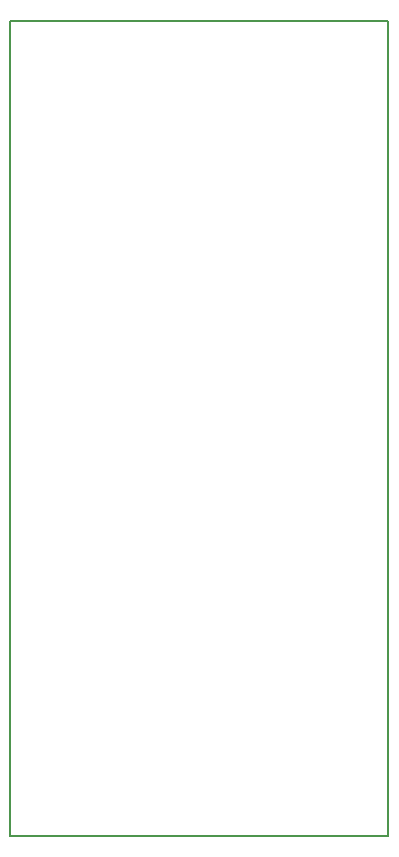
<source format=gm1>
G04 #@! TF.FileFunction,Profile,NP*
%FSLAX46Y46*%
G04 Gerber Fmt 4.6, Leading zero omitted, Abs format (unit mm)*
G04 Created by KiCad (PCBNEW 4.0.7) date Mon Nov 20 01:04:48 2017*
%MOMM*%
%LPD*%
G01*
G04 APERTURE LIST*
%ADD10C,0.100000*%
%ADD11C,0.150000*%
G04 APERTURE END LIST*
D10*
D11*
X106916500Y-78542500D02*
X74916500Y-78542500D01*
X106916500Y-147542500D02*
X106916500Y-78542500D01*
X74916500Y-147542500D02*
X106916500Y-147542500D01*
X74916500Y-78542500D02*
X74916500Y-147542500D01*
M02*

</source>
